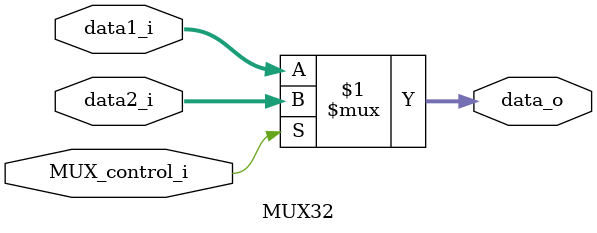
<source format=v>
`timescale 1ns / 1ps

module MUX32(
        data1_i,
        data2_i,
        MUX_control_i,
        data_o
    );
    
    input [31:0] data1_i, data2_i;
    input MUX_control_i;
    
    output wire [31:0] data_o;
    
    assign data_o = MUX_control_i ? data2_i : data1_i;
    
endmodule

</source>
